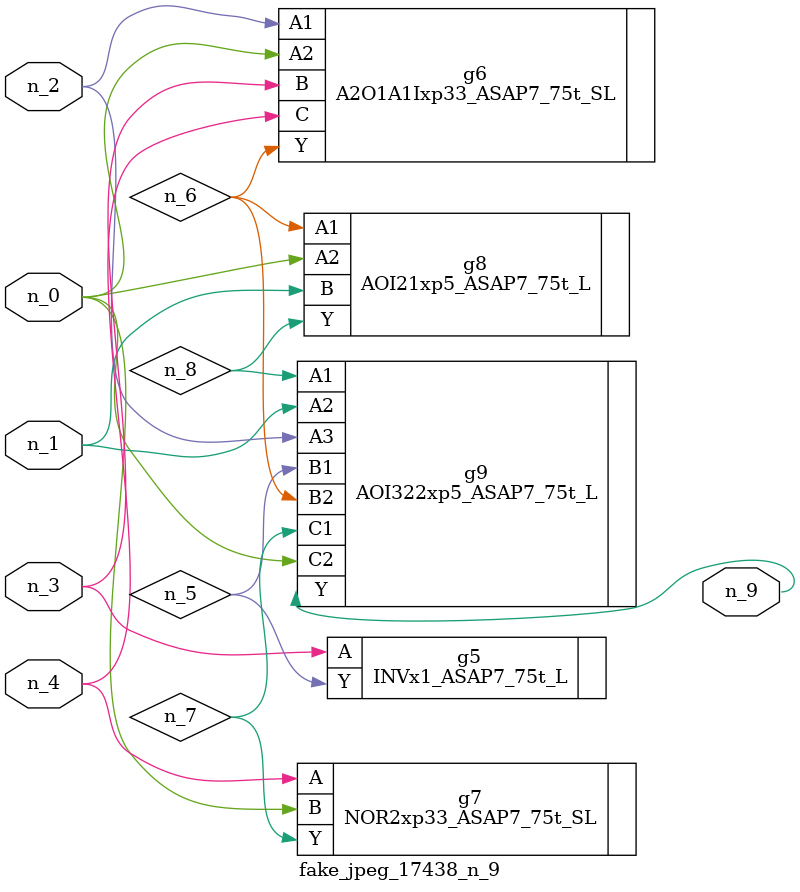
<source format=v>
module fake_jpeg_17438_n_9 (n_3, n_2, n_1, n_0, n_4, n_9);

input n_3;
input n_2;
input n_1;
input n_0;
input n_4;

output n_9;

wire n_8;
wire n_6;
wire n_5;
wire n_7;

INVx1_ASAP7_75t_L g5 ( 
.A(n_3),
.Y(n_5)
);

A2O1A1Ixp33_ASAP7_75t_SL g6 ( 
.A1(n_2),
.A2(n_0),
.B(n_3),
.C(n_4),
.Y(n_6)
);

NOR2xp33_ASAP7_75t_SL g7 ( 
.A(n_4),
.B(n_0),
.Y(n_7)
);

AOI21xp5_ASAP7_75t_L g8 ( 
.A1(n_6),
.A2(n_0),
.B(n_1),
.Y(n_8)
);

AOI322xp5_ASAP7_75t_L g9 ( 
.A1(n_8),
.A2(n_1),
.A3(n_2),
.B1(n_5),
.B2(n_6),
.C1(n_7),
.C2(n_0),
.Y(n_9)
);


endmodule
</source>
